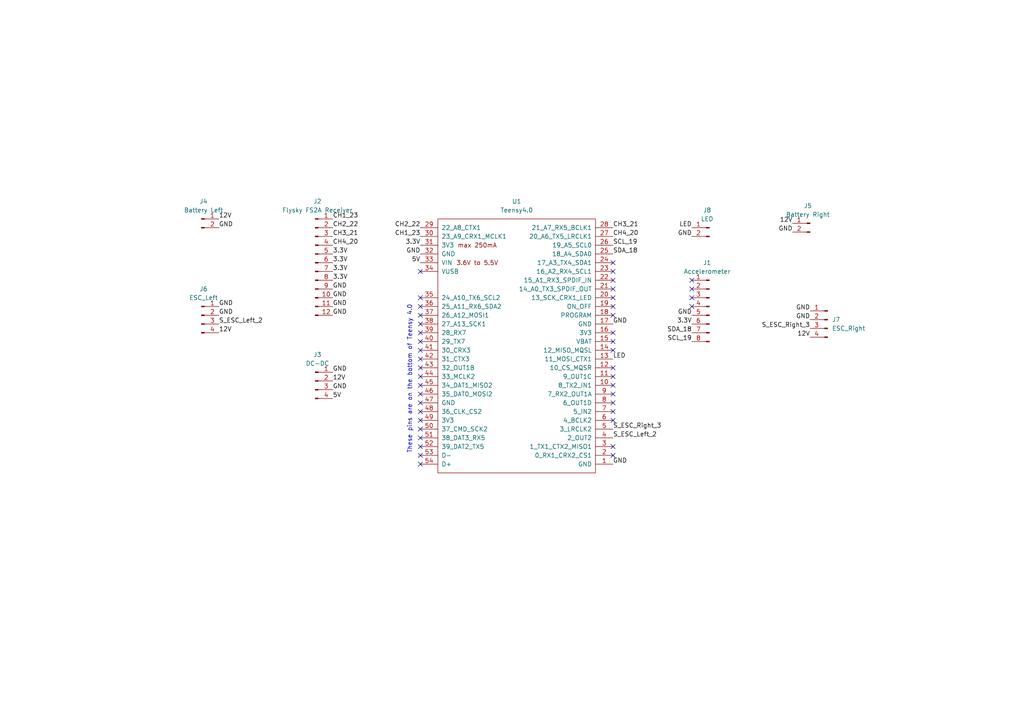
<source format=kicad_sch>
(kicad_sch (version 20250114) (generator "eeschema") (generator_version "9.0")
  (paper "A4")
  (title_block (title "Stuffed Crust"))
  (lib_symbols
    (symbol "Connector:Conn_01x02_Pin" (pin_names (offset 1.016) (hide yes))
      (property "Reference" "J" (at 0 2.54 0))
      (property "Value" "Conn_01x02_Pin" (at 0 -5.08 0))
      (symbol "Conn_01x02_Pin_1_1"
        (rectangle (start 0.8636 0.127) (end 0 -0.127) (stroke (width 0.1524)) (fill (type outline)))
        (rectangle (start 0.8636 -2.413) (end 0 -2.667) (stroke (width 0.1524)) (fill (type outline)))
        (polyline (pts (xy 1.27 0) (xy 0.8636 0)) (stroke (width 0.1524)))
        (polyline (pts (xy 1.27 -2.54) (xy 0.8636 -2.54)) (stroke (width 0.1524)))
        (pin passive line (at 5.08 0 180) (length 3.81) (name "Pin_1") (number "1"))
        (pin passive line (at 5.08 -2.54 180) (length 3.81) (name "Pin_2") (number "2"))
      )
    )
    (symbol "Connector:Conn_01x04_Pin" (pin_names (offset 1.016) (hide yes))
      (property "Reference" "J" (at 0 5.08 0))
      (property "Value" "Conn_01x04_Pin" (at 0 -7.62 0))
      (symbol "Conn_01x04_Pin_1_1"
        (rectangle (start 0.8636 2.667) (end 0 2.413) (stroke (width 0.1524)) (fill (type outline)))
        (rectangle (start 0.8636 0.127) (end 0 -0.127) (stroke (width 0.1524)) (fill (type outline)))
        (rectangle (start 0.8636 -2.413) (end 0 -2.667) (stroke (width 0.1524)) (fill (type outline)))
        (rectangle (start 0.8636 -4.953) (end 0 -5.207) (stroke (width 0.1524)) (fill (type outline)))
        (polyline (pts (xy 1.27 2.54) (xy 0.8636 2.54)) (stroke (width 0.1524)))
        (polyline (pts (xy 1.27 0) (xy 0.8636 0)) (stroke (width 0.1524)))
        (polyline (pts (xy 1.27 -2.54) (xy 0.8636 -2.54)) (stroke (width 0.1524)))
        (polyline (pts (xy 1.27 -5.08) (xy 0.8636 -5.08)) (stroke (width 0.1524)))
        (pin passive line (at 5.08 2.54 180) (length 3.81) (name "Pin_1") (number "1"))
        (pin passive line (at 5.08 0 180) (length 3.81) (name "Pin_2") (number "2"))
        (pin passive line (at 5.08 -2.54 180) (length 3.81) (name "Pin_3") (number "3"))
        (pin passive line (at 5.08 -5.08 180) (length 3.81) (name "Pin_4") (number "4"))
      )
    )
    (symbol "Connector:Conn_01x08_Pin" (pin_names (offset 1.016) (hide yes))
      (property "Reference" "J" (at 0 10.16 0))
      (property "Value" "Conn_01x08_Pin" (at 0 -12.7 0))
      (symbol "Conn_01x08_Pin_1_1"
        (rectangle (start 0.8636 7.747) (end 0 7.493) (stroke (width 0.1524)) (fill (type outline)))
        (rectangle (start 0.8636 5.207) (end 0 4.953) (stroke (width 0.1524)) (fill (type outline)))
        (rectangle (start 0.8636 2.667) (end 0 2.413) (stroke (width 0.1524)) (fill (type outline)))
        (rectangle (start 0.8636 0.127) (end 0 -0.127) (stroke (width 0.1524)) (fill (type outline)))
        (rectangle (start 0.8636 -2.413) (end 0 -2.667) (stroke (width 0.1524)) (fill (type outline)))
        (rectangle (start 0.8636 -4.953) (end 0 -5.207) (stroke (width 0.1524)) (fill (type outline)))
        (rectangle (start 0.8636 -7.493) (end 0 -7.747) (stroke (width 0.1524)) (fill (type outline)))
        (rectangle (start 0.8636 -10.033) (end 0 -10.287) (stroke (width 0.1524)) (fill (type outline)))
        (polyline (pts (xy 1.27 7.62) (xy 0.8636 7.62)) (stroke (width 0.1524)))
        (polyline (pts (xy 1.27 5.08) (xy 0.8636 5.08)) (stroke (width 0.1524)))
        (polyline (pts (xy 1.27 2.54) (xy 0.8636 2.54)) (stroke (width 0.1524)))
        (polyline (pts (xy 1.27 0) (xy 0.8636 0)) (stroke (width 0.1524)))
        (polyline (pts (xy 1.27 -2.54) (xy 0.8636 -2.54)) (stroke (width 0.1524)))
        (polyline (pts (xy 1.27 -5.08) (xy 0.8636 -5.08)) (stroke (width 0.1524)))
        (polyline (pts (xy 1.27 -7.62) (xy 0.8636 -7.62)) (stroke (width 0.1524)))
        (polyline (pts (xy 1.27 -10.16) (xy 0.8636 -10.16)) (stroke (width 0.1524)))
        (pin passive line (at 5.08 7.62 180) (length 3.81) (name "Pin_1") (number "1"))
        (pin passive line (at 5.08 5.08 180) (length 3.81) (name "Pin_2") (number "2"))
        (pin passive line (at 5.08 2.54 180) (length 3.81) (name "Pin_3") (number "3"))
        (pin passive line (at 5.08 0 180) (length 3.81) (name "Pin_4") (number "4"))
        (pin passive line (at 5.08 -2.54 180) (length 3.81) (name "Pin_5") (number "5"))
        (pin passive line (at 5.08 -5.08 180) (length 3.81) (name "Pin_6") (number "6"))
        (pin passive line (at 5.08 -7.62 180) (length 3.81) (name "Pin_7") (number "7"))
        (pin passive line (at 5.08 -10.16 180) (length 3.81) (name "Pin_8") (number "8"))
      )
    )
    (symbol "Connector:Conn_01x12_Pin" (pin_names (offset 1.016) (hide yes))
      (property "Reference" "J" (at 0 15.24 0))
      (property "Value" "Conn_01x12_Pin" (at 0 -17.78 0))
      (symbol "Conn_01x12_Pin_1_1"
        (rectangle (start 0.8636 12.827) (end 0 12.573) (stroke (width 0.1524)) (fill (type outline)))
        (rectangle (start 0.8636 10.287) (end 0 10.033) (stroke (width 0.1524)) (fill (type outline)))
        (rectangle (start 0.8636 7.747) (end 0 7.493) (stroke (width 0.1524)) (fill (type outline)))
        (rectangle (start 0.8636 5.207) (end 0 4.953) (stroke (width 0.1524)) (fill (type outline)))
        (rectangle (start 0.8636 2.667) (end 0 2.413) (stroke (width 0.1524)) (fill (type outline)))
        (rectangle (start 0.8636 0.127) (end 0 -0.127) (stroke (width 0.1524)) (fill (type outline)))
        (rectangle (start 0.8636 -2.413) (end 0 -2.667) (stroke (width 0.1524)) (fill (type outline)))
        (rectangle (start 0.8636 -4.953) (end 0 -5.207) (stroke (width 0.1524)) (fill (type outline)))
        (rectangle (start 0.8636 -7.493) (end 0 -7.747) (stroke (width 0.1524)) (fill (type outline)))
        (rectangle (start 0.8636 -10.033) (end 0 -10.287) (stroke (width 0.1524)) (fill (type outline)))
        (rectangle (start 0.8636 -12.573) (end 0 -12.827) (stroke (width 0.1524)) (fill (type outline)))
        (rectangle (start 0.8636 -15.113) (end 0 -15.367) (stroke (width 0.1524)) (fill (type outline)))
        (polyline (pts (xy 1.27 12.7) (xy 0.8636 12.7)) (stroke (width 0.1524)))
        (polyline (pts (xy 1.27 10.16) (xy 0.8636 10.16)) (stroke (width 0.1524)))
        (polyline (pts (xy 1.27 7.62) (xy 0.8636 7.62)) (stroke (width 0.1524)))
        (polyline (pts (xy 1.27 5.08) (xy 0.8636 5.08)) (stroke (width 0.1524)))
        (polyline (pts (xy 1.27 2.54) (xy 0.8636 2.54)) (stroke (width 0.1524)))
        (polyline (pts (xy 1.27 0) (xy 0.8636 0)) (stroke (width 0.1524)))
        (polyline (pts (xy 1.27 -2.54) (xy 0.8636 -2.54)) (stroke (width 0.1524)))
        (polyline (pts (xy 1.27 -5.08) (xy 0.8636 -5.08)) (stroke (width 0.1524)))
        (polyline (pts (xy 1.27 -7.62) (xy 0.8636 -7.62)) (stroke (width 0.1524)))
        (polyline (pts (xy 1.27 -10.16) (xy 0.8636 -10.16)) (stroke (width 0.1524)))
        (polyline (pts (xy 1.27 -12.7) (xy 0.8636 -12.7)) (stroke (width 0.1524)))
        (polyline (pts (xy 1.27 -15.24) (xy 0.8636 -15.24)) (stroke (width 0.1524)))
        (pin passive line (at 5.08 12.7 180) (length 3.81) (name "Pin_1") (number "1"))
        (pin passive line (at 5.08 10.16 180) (length 3.81) (name "Pin_2") (number "2"))
        (pin passive line (at 5.08 7.62 180) (length 3.81) (name "Pin_3") (number "3"))
        (pin passive line (at 5.08 5.08 180) (length 3.81) (name "Pin_4") (number "4"))
        (pin passive line (at 5.08 2.54 180) (length 3.81) (name "Pin_5") (number "5"))
        (pin passive line (at 5.08 0 180) (length 3.81) (name "Pin_6") (number "6"))
        (pin passive line (at 5.08 -2.54 180) (length 3.81) (name "Pin_7") (number "7"))
        (pin passive line (at 5.08 -5.08 180) (length 3.81) (name "Pin_8") (number "8"))
        (pin passive line (at 5.08 -7.62 180) (length 3.81) (name "Pin_9") (number "9"))
        (pin passive line (at 5.08 -10.16 180) (length 3.81) (name "Pin_10") (number "10"))
        (pin passive line (at 5.08 -12.7 180) (length 3.81) (name "Pin_11") (number "11"))
        (pin passive line (at 5.08 -15.24 180) (length 3.81) (name "Pin_12") (number "12"))
      )
    )
    (symbol "Teensy:Teensy4.0" (pin_names (offset 1.016))
      (property "Reference" "U" (at 0 39.37 0))
      (property "Value" "Teensy4.0" (at 0 -39.37 0))
      (symbol "Teensy4.0_0_0"
        (text "3.6V to 5.5V" (at 11.43 -24.13 0) (effects (font (size 1.27 1.27))))
        (text "max 250mA" (at 11.43 -29.21 0) (effects (font (size 1.27 1.27))))
        (pin bidirectional line (at -27.94 24.13 0) (length 5.08) (name "3_LRCLK2") (number "5"))
        (pin bidirectional line (at -27.94 21.59 0) (length 5.08) (name "4_BCLK2") (number "6"))
        (pin bidirectional line (at -27.94 19.05 0) (length 5.08) (name "5_IN2") (number "7"))
        (pin bidirectional line (at -27.94 16.51 0) (length 5.08) (name "6_OUT1D") (number "8"))
        (pin bidirectional line (at -27.94 13.97 0) (length 5.08) (name "7_RX2_OUT1A") (number "9"))
        (pin bidirectional line (at -27.94 11.43 0) (length 5.08) (name "8_TX2_IN1") (number "10"))
        (pin bidirectional line (at -27.94 8.89 0) (length 5.08) (name "9_OUT1C") (number "11"))
        (pin bidirectional line (at -27.94 6.35 0) (length 5.08) (name "10_CS_MQSR") (number "12"))
        (pin bidirectional line (at -27.94 3.81 0) (length 5.08) (name "11_MOSI_CTX1") (number "13"))
        (pin bidirectional line (at -27.94 1.27 0) (length 5.08) (name "12_MISO_MQSL") (number "14"))
        (pin power_in line (at -27.94 -1.27 0) (length 5.08) (name "VBAT") (number "15"))
        (pin power_in line (at -27.94 -3.81 0) (length 5.08) (name "3V3") (number "16"))
        (pin power_in line (at -27.94 -6.35 0) (length 5.08) (name "GND") (number "17"))
        (pin input line (at -27.94 -8.89 0) (length 5.08) (name "PROGRAM") (number "18"))
        (pin input line (at -27.94 -11.43 0) (length 5.08) (name "ON_OFF") (number "19"))
        (pin bidirectional line (at -27.94 -13.97 0) (length 5.08) (name "13_SCK_CRX1_LED") (number "20"))
        (pin bidirectional line (at -27.94 -16.51 0) (length 5.08) (name "14_A0_TX3_SPDIF_OUT") (number "21"))
        (pin bidirectional line (at -27.94 -19.05 0) (length 5.08) (name "15_A1_RX3_SPDIF_IN") (number "22"))
        (pin bidirectional line (at -27.94 -21.59 0) (length 5.08) (name "16_A2_RX4_SCL1") (number "23"))
        (pin bidirectional line (at -27.94 -24.13 0) (length 5.08) (name "17_A3_TX4_SDA1") (number "24"))
        (pin bidirectional line (at -27.94 -26.67 0) (length 5.08) (name "18_A4_SDA0") (number "25"))
        (pin bidirectional line (at -27.94 -29.21 0) (length 5.08) (name "19_A5_SCL0") (number "26"))
        (pin bidirectional line (at -27.94 -31.75 0) (length 5.08) (name "20_A6_TX5_LRCLK1") (number "27"))
        (pin bidirectional line (at -27.94 -34.29 0) (length 5.08) (name "21_A7_RX5_BCLK1") (number "28"))
        (pin bidirectional line (at 27.94 34.29 180) (length 5.08) (name "D+") (number "54"))
        (pin bidirectional line (at 27.94 31.75 180) (length 5.08) (name "D-") (number "53"))
        (pin bidirectional line (at 27.94 29.21 180) (length 5.08) (name "39_DAT2_TX5") (number "52"))
        (pin bidirectional line (at 27.94 26.67 180) (length 5.08) (name "38_DAT3_RX5") (number "51"))
        (pin bidirectional line (at 27.94 24.13 180) (length 5.08) (name "37_CMD_SCK2") (number "50"))
        (pin power_out line (at 27.94 21.59 180) (length 5.08) (name "3V3") (number "49"))
        (pin bidirectional line (at 27.94 19.05 180) (length 5.08) (name "36_CLK_CS2") (number "48"))
        (pin power_out line (at 27.94 16.51 180) (length 5.08) (name "GND") (number "47"))
        (pin bidirectional line (at 27.94 13.97 180) (length 5.08) (name "35_DAT0_MOSI2") (number "46"))
        (pin bidirectional line (at 27.94 11.43 180) (length 5.08) (name "34_DAT1_MISO2") (number "45"))
        (pin bidirectional line (at 27.94 8.89 180) (length 5.08) (name "33_MCLK2") (number "44"))
        (pin bidirectional line (at 27.94 6.35 180) (length 5.08) (name "32_OUT1B") (number "43"))
        (pin bidirectional line (at 27.94 3.81 180) (length 5.08) (name "31_CTX3") (number "42"))
        (pin bidirectional line (at 27.94 1.27 180) (length 5.08) (name "30_CRX3") (number "41"))
        (pin bidirectional line (at 27.94 -1.27 180) (length 5.08) (name "29_TX7") (number "40"))
        (pin bidirectional line (at 27.94 -3.81 180) (length 5.08) (name "28_RX7") (number "39"))
        (pin bidirectional line (at 27.94 -6.35 180) (length 5.08) (name "27_A13_SCK1") (number "38"))
        (pin bidirectional line (at 27.94 -8.89 180) (length 5.08) (name "26_A12_MOSI1") (number "37"))
        (pin bidirectional line (at 27.94 -11.43 180) (length 5.08) (name "25_A11_RX6_SDA2") (number "36"))
        (pin bidirectional line (at 27.94 -13.97 180) (length 5.08) (name "24_A10_TX6_SCL2") (number "35"))
        (pin power_out line (at 27.94 -21.59 180) (length 5.08) (name "VUSB") (number "34"))
        (pin power_in line (at 27.94 -24.13 180) (length 5.08) (name "VIN") (number "33"))
        (pin power_in line (at 27.94 -26.67 180) (length 5.08) (name "GND") (number "32"))
        (pin power_out line (at 27.94 -29.21 180) (length 5.08) (name "3V3") (number "31"))
        (pin bidirectional line (at 27.94 -31.75 180) (length 5.08) (name "23_A9_CRX1_MCLK1") (number "30"))
        (pin bidirectional line (at 27.94 -34.29 180) (length 5.08) (name "22_A8_CTX1") (number "29"))
      )
      (symbol "Teensy4.0_0_1"
        (rectangle (start -22.86 36.83) (end 22.86 -36.83))
        (rectangle (start -20.32 -31.75) (end -20.32 -31.75))
      )
      (symbol "Teensy4.0_1_1"
        (pin power_in line (at -27.94 34.29 0) (length 5.08) (name "GND") (number "1"))
        (pin bidirectional line (at -27.94 31.75 0) (length 5.08) (name "0_RX1_CRX2_CS1") (number "2"))
        (pin bidirectional line (at -27.94 29.21 0) (length 5.08) (name "1_TX1_CTX2_MISO1") (number "3"))
        (pin bidirectional line (at -27.94 26.67 0) (length 5.08) (name "2_OUT2") (number "4"))
      )
    )
  )
  (text "These pins are on the bottom of Teensy 4.0" (at 118.11 109.982 90) (effects (font (size 1.27 1.27)) (justify top)))
  (no_connect (at 121.92 96.52))
  (no_connect (at 121.92 127))
  (no_connect (at 121.92 134.62))
  (no_connect (at 121.92 116.84))
  (no_connect (at 121.92 78.74))
  (no_connect (at 177.8 106.68))
  (no_connect (at 177.8 91.44))
  (no_connect (at 121.92 86.36))
  (no_connect (at 121.92 114.3))
  (no_connect (at 177.8 96.52))
  (no_connect (at 121.92 101.6))
  (no_connect (at 200.66 86.36))
  (no_connect (at 200.66 81.28))
  (no_connect (at 177.8 109.22))
  (no_connect (at 121.92 109.22))
  (no_connect (at 177.8 101.6))
  (no_connect (at 177.8 121.92))
  (no_connect (at 177.8 111.76))
  (no_connect (at 177.8 81.28))
  (no_connect (at 177.8 129.54))
  (no_connect (at 121.92 119.38))
  (no_connect (at 121.92 99.06))
  (no_connect (at 177.8 78.74))
  (no_connect (at 177.8 76.2))
  (no_connect (at 121.92 124.46))
  (no_connect (at 121.92 88.9))
  (no_connect (at 121.92 91.44))
  (no_connect (at 121.92 111.76))
  (no_connect (at 177.8 83.82))
  (no_connect (at 121.92 93.98))
  (no_connect (at 177.8 119.38))
  (no_connect (at 121.92 121.92))
  (no_connect (at 177.8 88.9))
  (no_connect (at 121.92 132.08))
  (no_connect (at 177.8 116.84))
  (no_connect (at 121.92 104.14))
  (no_connect (at 200.66 83.82))
  (no_connect (at 177.8 132.08))
  (no_connect (at 121.92 129.54))
  (no_connect (at 200.66 88.9))
  (no_connect (at 177.8 99.06))
  (no_connect (at 177.8 86.36))
  (no_connect (at 121.92 106.68))
  (no_connect (at 177.8 114.3))
  (label "3.3V" (at 96.52 81.28 0))
  (label "GND" (at 177.8 93.98 0))
  (label "GND" (at 96.52 86.36 0))
  (label "CH2_22" (at 121.92 66.04 180))
  (label "CH4_20" (at 96.52 71.12 0))
  (label "SCL_19" (at 200.66 99.06 180))
  (label "GND" (at 200.66 91.44 180))
  (label "GND" (at 229.87 67.31 180))
  (label "GND" (at 96.52 91.44 0))
  (label "GND" (at 96.52 88.9 0))
  (label "GND" (at 96.52 107.95 0))
  (label "12V" (at 229.87 64.77 180))
  (label "SDA_18" (at 200.66 96.52 180))
  (label "SCL_19" (at 177.8 71.12 0))
  (label "3.3V" (at 96.52 73.66 0))
  (label "3.3V" (at 96.52 76.2 0))
  (label "GND" (at 63.5 88.9 0))
  (label "12V" (at 234.95 97.79 180))
  (label "GND" (at 96.52 83.82 0))
  (label "S_ESC_Left_2" (at 177.8 127 0))
  (label "LED" (at 200.66 66.04 180))
  (label "GND" (at 200.66 68.58 180))
  (label "GND" (at 234.95 90.17 180))
  (label "GND" (at 63.5 91.44 0))
  (label "3.3V" (at 96.52 78.74 0))
  (label "S_ESC_Right_3" (at 234.95 95.25 180))
  (label "SDA_18" (at 177.8 73.66 0))
  (label "GND" (at 121.92 73.66 180))
  (label "12V" (at 96.52 110.49 0))
  (label "CH3_21" (at 177.8 66.04 0))
  (label "LED" (at 177.8 104.14 0))
  (label "CH3_21" (at 96.52 68.58 0))
  (label "GND" (at 234.95 92.71 180))
  (label "GND" (at 96.52 113.03 0))
  (label "5V" (at 121.92 76.2 180))
  (label "12V" (at 63.5 96.52 0))
  (label "3.3V" (at 121.92 71.12 180))
  (label "GND" (at 177.8 134.62 0))
  (label "5V" (at 96.52 115.57 0))
  (label "S_ESC_Right_3" (at 177.8 124.46 0))
  (label "GND" (at 63.5 66.04 0))
  (label "CH1_23" (at 96.52 63.5 0))
  (label "S_ESC_Left_2" (at 63.5 93.98 0))
  (label "12V" (at 63.5 63.5 0))
  (label "CH1_23" (at 121.92 68.58 180))
  (label "CH2_22" (at 96.52 66.04 0))
  (label "3.3V" (at 200.66 93.98 180))
  (label "CH4_20" (at 177.8 68.58 0))
  (symbol (lib_id "Connector:Conn_01x02_Pin") (at 205.74 66.04 0) (mirror y) (unit 1)
    (property "Reference" "J8" (at 205.105 60.96 0))
    (property "Value" "LED" (at 205.105 63.5 0))
    (property "Footprint" "Stuffed Crust:Battery_or_LED" (effects (hide yes)))
    (property "Description" "Generic connector, single row, 01x02, script generated" (effects (hide yes)))
  )
  (symbol (lib_id "Connector:Conn_01x02_Pin") (at 58.42 63.5 0) (unit 1)
    (property "Reference" "J4" (at 59.055 58.42 0))
    (property "Value" "Battery Left" (at 59.055 60.96 0))
    (property "Footprint" "Stuffed Crust:Battery_or_LED" (effects (hide yes)))
    (property "Description" "Generic connector, single row, 01x02, script generated" (effects (hide yes)))
  )
  (symbol (lib_id "Connector:Conn_01x04_Pin") (at 91.44 110.49 0) (unit 1)
    (property "Reference" "J3" (at 92.075 102.87 0))
    (property "Value" "DC-DC" (at 92.075 105.41 0))
    (property "Footprint" "Stuffed Crust:DC_DC" (effects (hide yes)))
    (property "Description" "Generic connector, single row, 01x04, script generated" (effects (hide yes)))
  )
  (symbol (lib_id "Connector:Conn_01x12_Pin") (at 91.44 76.2 0) (unit 1)
    (property "Reference" "J2" (at 92.075 58.42 0))
    (property "Value" "Flysky FS2A Receiver" (at 92.075 60.96 0))
    (property "Footprint" "Stuffed Crust:Flysky_FS2A_Receiver" (effects (hide yes)))
    (property "Description" "Generic connector, single row, 01x12, script generated" (effects (hide yes)))
  )
  (symbol (lib_id "Connector:Conn_01x04_Pin") (at 240.03 92.71 0) (mirror y) (unit 1)
    (property "Reference" "J7" (at 241.3 92.7099 0) (effects (justify right)))
    (property "Value" "ESC_Right" (at 241.3 95.2499 0) (effects (justify right)))
    (property "Footprint" "Stuffed Crust:ESC" (effects (hide yes)))
    (property "Description" "Generic connector, single row, 01x04, script generated" (effects (hide yes)))
  )
  (symbol (lib_id "Connector:Conn_01x02_Pin") (at 234.95 64.77 0) (mirror y) (unit 1)
    (property "Reference" "J5" (at 234.315 59.69 0))
    (property "Value" "Battery Right" (at 234.315 62.23 0))
    (property "Footprint" "Stuffed Crust:Battery_or_LED" (effects (hide yes)))
    (property "Description" "Generic connector, single row, 01x02, script generated" (effects (hide yes)))
  )
  (symbol (lib_id "Teensy:Teensy4.0") (at 149.86 100.33 180) (unit 1)
    (property "Reference" "U1" (at 149.86 58.42 0))
    (property "Value" "Teensy4.0" (at 149.86 60.96 0))
    (property "Footprint" "Teensy:Teensy40" (effects (hide yes)))
  )
  (symbol (lib_id "Connector:Conn_01x04_Pin") (at 58.42 91.44 0) (unit 1)
    (property "Reference" "J6" (at 59.055 83.82 0))
    (property "Value" "ESC_Left" (at 59.055 86.36 0))
    (property "Footprint" "Stuffed Crust:ESC" (effects (hide yes)))
    (property "Description" "Generic connector, single row, 01x04, script generated" (effects (hide yes)))
  )
  (symbol (lib_id "Connector:Conn_01x08_Pin") (at 205.74 88.9 0) (mirror y) (unit 1)
    (property "Reference" "J1" (at 205.105 76.2 0))
    (property "Value" "Accelerometer" (at 205.105 78.74 0))
    (property "Footprint" "Stuffed Crust:Accelerometer" (effects (hide yes)))
    (property "Description" "Generic connector, single row, 01x08, script generated" (effects (hide yes)))
  )
)
</source>
